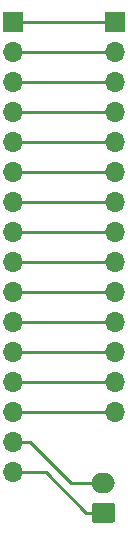
<source format=gtl>
G04 #@! TF.GenerationSoftware,KiCad,Pcbnew,(5.1.0)-1*
G04 #@! TF.CreationDate,2019-05-10T19:25:27+02:00*
G04 #@! TF.ProjectId,1602adapter,31363032-6164-4617-9074-65722e6b6963,rev?*
G04 #@! TF.SameCoordinates,Original*
G04 #@! TF.FileFunction,Copper,L1,Top*
G04 #@! TF.FilePolarity,Positive*
%FSLAX46Y46*%
G04 Gerber Fmt 4.6, Leading zero omitted, Abs format (unit mm)*
G04 Created by KiCad (PCBNEW (5.1.0)-1) date 2019-05-10 19:25:27*
%MOMM*%
%LPD*%
G04 APERTURE LIST*
%ADD10O,1.700000X1.700000*%
%ADD11R,1.700000X1.700000*%
%ADD12O,2.000000X1.700000*%
%ADD13C,0.100000*%
%ADD14C,1.700000*%
%ADD15C,0.250000*%
G04 APERTURE END LIST*
D10*
X130350000Y-112100000D03*
X130350000Y-109560000D03*
X130350000Y-107020000D03*
X130350000Y-104480000D03*
X130350000Y-101940000D03*
X130350000Y-99400000D03*
X130350000Y-96860000D03*
X130350000Y-94320000D03*
X130350000Y-91780000D03*
X130350000Y-89240000D03*
X130350000Y-86700000D03*
X130350000Y-84160000D03*
X130350000Y-81620000D03*
X130350000Y-79080000D03*
X130350000Y-76540000D03*
D11*
X130350000Y-74000000D03*
D12*
X138000000Y-113000000D03*
D13*
G36*
X138774504Y-114651204D02*
G01*
X138798773Y-114654804D01*
X138822571Y-114660765D01*
X138845671Y-114669030D01*
X138867849Y-114679520D01*
X138888893Y-114692133D01*
X138908598Y-114706747D01*
X138926777Y-114723223D01*
X138943253Y-114741402D01*
X138957867Y-114761107D01*
X138970480Y-114782151D01*
X138980970Y-114804329D01*
X138989235Y-114827429D01*
X138995196Y-114851227D01*
X138998796Y-114875496D01*
X139000000Y-114900000D01*
X139000000Y-116100000D01*
X138998796Y-116124504D01*
X138995196Y-116148773D01*
X138989235Y-116172571D01*
X138980970Y-116195671D01*
X138970480Y-116217849D01*
X138957867Y-116238893D01*
X138943253Y-116258598D01*
X138926777Y-116276777D01*
X138908598Y-116293253D01*
X138888893Y-116307867D01*
X138867849Y-116320480D01*
X138845671Y-116330970D01*
X138822571Y-116339235D01*
X138798773Y-116345196D01*
X138774504Y-116348796D01*
X138750000Y-116350000D01*
X137250000Y-116350000D01*
X137225496Y-116348796D01*
X137201227Y-116345196D01*
X137177429Y-116339235D01*
X137154329Y-116330970D01*
X137132151Y-116320480D01*
X137111107Y-116307867D01*
X137091402Y-116293253D01*
X137073223Y-116276777D01*
X137056747Y-116258598D01*
X137042133Y-116238893D01*
X137029520Y-116217849D01*
X137019030Y-116195671D01*
X137010765Y-116172571D01*
X137004804Y-116148773D01*
X137001204Y-116124504D01*
X137000000Y-116100000D01*
X137000000Y-114900000D01*
X137001204Y-114875496D01*
X137004804Y-114851227D01*
X137010765Y-114827429D01*
X137019030Y-114804329D01*
X137029520Y-114782151D01*
X137042133Y-114761107D01*
X137056747Y-114741402D01*
X137073223Y-114723223D01*
X137091402Y-114706747D01*
X137111107Y-114692133D01*
X137132151Y-114679520D01*
X137154329Y-114669030D01*
X137177429Y-114660765D01*
X137201227Y-114654804D01*
X137225496Y-114651204D01*
X137250000Y-114650000D01*
X138750000Y-114650000D01*
X138774504Y-114651204D01*
X138774504Y-114651204D01*
G37*
D14*
X138000000Y-115500000D03*
D10*
X139000000Y-107020000D03*
X139000000Y-104480000D03*
X139000000Y-101940000D03*
X139000000Y-99400000D03*
X139000000Y-96860000D03*
X139000000Y-94320000D03*
X139000000Y-91780000D03*
X139000000Y-89240000D03*
X139000000Y-86700000D03*
X139000000Y-84160000D03*
X139000000Y-81620000D03*
X139000000Y-79080000D03*
X139000000Y-76540000D03*
D11*
X139000000Y-74000000D03*
D15*
X130350000Y-107020000D02*
X139000000Y-107020000D01*
X139000000Y-104480000D02*
X130350000Y-104480000D01*
X130350000Y-101940000D02*
X139000000Y-101940000D01*
X130350000Y-99400000D02*
X139000000Y-99400000D01*
X130350000Y-96860000D02*
X139000000Y-96860000D01*
X130350000Y-94320000D02*
X139000000Y-94320000D01*
X139000000Y-91780000D02*
X130350000Y-91780000D01*
X139000000Y-89240000D02*
X130350000Y-89240000D01*
X139000000Y-86700000D02*
X130350000Y-86700000D01*
X130350000Y-84160000D02*
X139000000Y-84160000D01*
X139000000Y-81620000D02*
X130350000Y-81620000D01*
X130350000Y-79080000D02*
X139000000Y-79080000D01*
X139000000Y-76540000D02*
X130350000Y-76540000D01*
X130350000Y-74000000D02*
X139000000Y-74000000D01*
X136500000Y-113000000D02*
X138000000Y-113000000D01*
X135250000Y-113000000D02*
X136500000Y-113000000D01*
X130350000Y-109560000D02*
X131810000Y-109560000D01*
X131810000Y-109560000D02*
X135250000Y-113000000D01*
X133100000Y-112100000D02*
X136500000Y-115500000D01*
X130350000Y-112100000D02*
X133100000Y-112100000D01*
X138000000Y-115500000D02*
X136500000Y-115500000D01*
M02*

</source>
